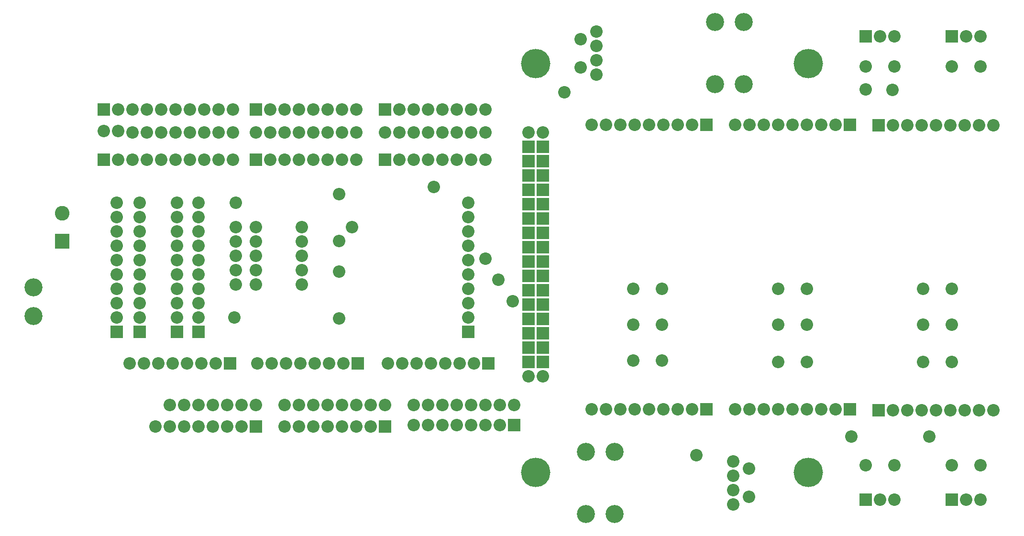
<source format=gts>
G04 Layer: TopSolderMaskLayer*
G04 EasyEDA v6.4.19.5, 2021-05-27T13:51:55--3:00*
G04 d4571b5f0cad4c8e9ba745b3e698b6d2,59636247558045d2802cba280e4ac9d9,10*
G04 Gerber Generator version 0.2*
G04 Scale: 100 percent, Rotated: No, Reflected: No *
G04 Dimensions in millimeters *
G04 leading zeros omitted , absolute positions ,4 integer and 5 decimal *
%FSLAX45Y45*%
%MOMM*%

%ADD28C,2.2032*%
%ADD29C,5.2032*%
%ADD31C,3.2032*%
%ADD33C,2.6032*%

%LPD*%
D28*
G01*
X7289800Y-1117600D03*
G01*
X8204200Y-2387600D03*
G01*
X8432800Y-2756484D03*
G01*
X8686800Y-3137484D03*
G01*
X1701800Y-127000D03*
G01*
X1447800Y-127000D03*
G01*
X3759200Y-3429000D03*
G01*
X16065144Y-5537200D03*
G01*
X14681200Y-5537200D03*
G01*
X15408554Y600354D03*
G01*
X14935200Y609600D03*
G01*
X11938000Y-5867400D03*
G01*
X9601200Y558800D03*
G01*
X3784600Y-1397000D03*
G01*
X5842000Y-1828800D03*
G01*
X4953000Y-2844800D03*
G01*
X4953000Y-2590800D03*
G01*
X4953000Y-2336800D03*
G01*
X4953000Y-2082800D03*
G01*
X4953000Y-1828800D03*
G01*
X5613425Y-1244574D03*
G01*
X5613425Y-2070074D03*
G01*
X5613425Y-2616174D03*
G01*
X5613425Y-3441674D03*
G01*
X3784600Y-2844800D03*
G01*
X3784600Y-2590800D03*
G01*
X3784600Y-2336800D03*
G01*
X3784600Y-2082800D03*
G01*
X3784600Y-1828800D03*
G01*
X4140200Y-2844800D03*
G01*
X4140200Y-2590800D03*
G01*
X4140200Y-2336800D03*
G01*
X4140200Y-2082800D03*
G01*
X4140200Y-1828800D03*
D29*
G01*
X13919200Y-6172200D03*
G01*
X13919200Y1066800D03*
G01*
X9093200Y-6172200D03*
G01*
X9093200Y1066800D03*
G36*
X4029963Y-5469636D02*
G01*
X4029963Y-5249163D01*
X4250436Y-5249163D01*
X4250436Y-5469636D01*
G37*
D28*
G01*
X3886200Y-5359400D03*
G01*
X3632200Y-5359400D03*
G01*
X3378200Y-5359400D03*
G01*
X2362200Y-5359400D03*
G01*
X2616200Y-5359400D03*
G01*
X2870200Y-5359400D03*
G01*
X3124200Y-5359400D03*
G36*
X6315963Y-5469636D02*
G01*
X6315963Y-5249163D01*
X6536436Y-5249163D01*
X6536436Y-5469636D01*
G37*
G01*
X6172200Y-5359400D03*
G01*
X5918200Y-5359400D03*
G01*
X5664200Y-5359400D03*
G01*
X4648200Y-5359400D03*
G01*
X4902200Y-5359400D03*
G01*
X5156200Y-5359400D03*
G01*
X5410200Y-5359400D03*
G36*
X8144763Y-4352036D02*
G01*
X8144763Y-4131563D01*
X8365236Y-4131563D01*
X8365236Y-4352036D01*
G37*
G01*
X8001000Y-4241800D03*
G01*
X7747000Y-4241800D03*
G01*
X7493000Y-4241800D03*
G01*
X6477000Y-4241800D03*
G01*
X6731000Y-4241800D03*
G01*
X6985000Y-4241800D03*
G01*
X7239000Y-4241800D03*
G36*
X6315963Y143763D02*
G01*
X6315963Y364236D01*
X6536436Y364236D01*
X6536436Y143763D01*
G37*
G01*
X6680200Y254000D03*
G01*
X6934200Y254000D03*
G01*
X7188200Y254000D03*
G01*
X8204200Y254000D03*
G01*
X7950200Y254000D03*
G01*
X7696200Y254000D03*
G01*
X7442200Y254000D03*
G36*
X4029963Y143763D02*
G01*
X4029963Y364236D01*
X4250436Y364236D01*
X4250436Y143763D01*
G37*
G01*
X4394200Y254000D03*
G01*
X4648200Y254000D03*
G01*
X4902200Y254000D03*
G01*
X5918200Y254000D03*
G01*
X5664200Y254000D03*
G01*
X5410200Y254000D03*
G01*
X5156200Y254000D03*
G01*
X3733800Y254000D03*
G01*
X3479800Y254000D03*
G01*
X3225800Y254000D03*
G01*
X2971800Y254000D03*
G01*
X2717800Y254000D03*
G01*
X2463800Y254000D03*
G01*
X2209800Y254000D03*
G01*
X1955800Y254000D03*
G01*
X1701800Y254000D03*
G36*
X1337563Y143763D02*
G01*
X1337563Y364236D01*
X1558036Y364236D01*
X1558036Y143763D01*
G37*
G01*
X2082800Y-1397000D03*
G01*
X2082800Y-1651000D03*
G01*
X2082800Y-1905000D03*
G01*
X2082800Y-2159000D03*
G01*
X2082800Y-2413000D03*
G01*
X2082800Y-2667000D03*
G01*
X2082800Y-2921000D03*
G01*
X2082800Y-3175000D03*
G01*
X2082800Y-3429000D03*
G36*
X1972563Y-3793236D02*
G01*
X1972563Y-3572763D01*
X2193036Y-3572763D01*
X2193036Y-3793236D01*
G37*
G01*
X3124200Y-1397000D03*
G01*
X3124200Y-1651000D03*
G01*
X3124200Y-1905000D03*
G01*
X3124200Y-2159000D03*
G01*
X3124200Y-2413000D03*
G01*
X3124200Y-2667000D03*
G01*
X3124200Y-2921000D03*
G01*
X3124200Y-3175000D03*
G01*
X3124200Y-3429000D03*
G36*
X3013963Y-3793236D02*
G01*
X3013963Y-3572763D01*
X3234436Y-3572763D01*
X3234436Y-3793236D01*
G37*
G01*
X7899400Y-1397000D03*
G01*
X7899400Y-1651000D03*
G01*
X7899400Y-1905000D03*
G01*
X7899400Y-2159000D03*
G01*
X7899400Y-2413000D03*
G01*
X7899400Y-2667000D03*
G01*
X7899400Y-2921000D03*
G01*
X7899400Y-3175000D03*
G01*
X7899400Y-3429000D03*
G36*
X7789163Y-3793236D02*
G01*
X7789163Y-3572763D01*
X8009636Y-3572763D01*
X8009636Y-3793236D01*
G37*
G01*
X2743200Y-1397000D03*
G01*
X2743200Y-1651000D03*
G01*
X2743200Y-1905000D03*
G01*
X2743200Y-2159000D03*
G01*
X2743200Y-2413000D03*
G01*
X2743200Y-2667000D03*
G01*
X2743200Y-2921000D03*
G01*
X2743200Y-3175000D03*
G01*
X2743200Y-3429000D03*
G36*
X2632963Y-3793236D02*
G01*
X2632963Y-3572763D01*
X2853436Y-3572763D01*
X2853436Y-3793236D01*
G37*
G01*
X1676400Y-1397000D03*
G01*
X1676400Y-1651000D03*
G01*
X1676400Y-1905000D03*
G01*
X1676400Y-2159000D03*
G01*
X1676400Y-2413000D03*
G01*
X1676400Y-2667000D03*
G01*
X1676400Y-2921000D03*
G01*
X1676400Y-3175000D03*
G01*
X1676400Y-3429000D03*
G36*
X1566163Y-3793236D02*
G01*
X1566163Y-3572763D01*
X1786636Y-3572763D01*
X1786636Y-3793236D01*
G37*
G36*
X3572763Y-4352036D02*
G01*
X3572763Y-4131563D01*
X3793236Y-4131563D01*
X3793236Y-4352036D01*
G37*
G01*
X3429000Y-4241800D03*
G01*
X3175000Y-4241800D03*
G01*
X2921000Y-4241800D03*
G01*
X1905000Y-4241800D03*
G01*
X2159000Y-4241800D03*
G01*
X2413000Y-4241800D03*
G01*
X2667000Y-4241800D03*
G36*
X5833363Y-4352036D02*
G01*
X5833363Y-4131563D01*
X6053836Y-4131563D01*
X6053836Y-4352036D01*
G37*
G01*
X5689600Y-4241800D03*
G01*
X5435600Y-4241800D03*
G01*
X5181600Y-4241800D03*
G01*
X4165600Y-4241800D03*
G01*
X4419600Y-4241800D03*
G01*
X4673600Y-4241800D03*
G01*
X4927600Y-4241800D03*
G01*
X3733800Y-635000D03*
G01*
X3479800Y-635000D03*
G01*
X3225800Y-635000D03*
G01*
X2971800Y-635000D03*
G01*
X2717800Y-635000D03*
G01*
X2463800Y-635000D03*
G01*
X2209800Y-635000D03*
G01*
X1955800Y-635000D03*
G01*
X1701800Y-635000D03*
G36*
X1337563Y-745236D02*
G01*
X1337563Y-524763D01*
X1558036Y-524763D01*
X1558036Y-745236D01*
G37*
G36*
X4029963Y-745236D02*
G01*
X4029963Y-524763D01*
X4250436Y-524763D01*
X4250436Y-745236D01*
G37*
G01*
X4394200Y-635000D03*
G01*
X4648200Y-635000D03*
G01*
X4902200Y-635000D03*
G01*
X5918200Y-635000D03*
G01*
X5664200Y-635000D03*
G01*
X5410200Y-635000D03*
G01*
X5156200Y-635000D03*
G36*
X6315963Y-745236D02*
G01*
X6315963Y-524763D01*
X6536436Y-524763D01*
X6536436Y-745236D01*
G37*
G01*
X6680200Y-635000D03*
G01*
X6934200Y-635000D03*
G01*
X7188200Y-635000D03*
G01*
X8204200Y-635000D03*
G01*
X7950200Y-635000D03*
G01*
X7696200Y-635000D03*
G01*
X7442200Y-635000D03*
G01*
X12590195Y-5979795D03*
G01*
X12590195Y-6233795D03*
G01*
X12590195Y-6487795D03*
G01*
X12590195Y-6741795D03*
G01*
X12870205Y-6106795D03*
G01*
X12870205Y-6606794D03*
D31*
G01*
X9982200Y-6911797D03*
G01*
X10490200Y-6911797D03*
G01*
X10488193Y-5811799D03*
G01*
X9980193Y-5811799D03*
G01*
X203200Y-2895600D03*
G01*
X203200Y-3403600D03*
G36*
X14824963Y-6765036D02*
G01*
X14824963Y-6544563D01*
X15045436Y-6544563D01*
X15045436Y-6765036D01*
G37*
D28*
G01*
X15189200Y-6654800D03*
G01*
X15443200Y-6654800D03*
G36*
X16348963Y-6765036D02*
G01*
X16348963Y-6544563D01*
X16569436Y-6544563D01*
X16569436Y-6765036D01*
G37*
G01*
X16713200Y-6654800D03*
G01*
X16967200Y-6654800D03*
G36*
X14824963Y1439163D02*
G01*
X14824963Y1659636D01*
X15045436Y1659636D01*
X15045436Y1439163D01*
G37*
G01*
X15189200Y1549400D03*
G01*
X15443200Y1549400D03*
G36*
X16348963Y1439163D02*
G01*
X16348963Y1659636D01*
X16569436Y1659636D01*
X16569436Y1439163D01*
G37*
G01*
X16713200Y1549400D03*
G01*
X16967200Y1549400D03*
G36*
X581152Y-2209037D02*
G01*
X581152Y-1948687D01*
X841247Y-1948687D01*
X841247Y-2209037D01*
G37*
D33*
G01*
X711200Y-1578813D03*
D28*
G01*
X15443200Y-6045200D03*
G01*
X14935200Y-6045200D03*
G01*
X16967200Y-6045200D03*
G01*
X16459200Y-6045200D03*
G01*
X15443200Y1016000D03*
G01*
X14935200Y1016000D03*
G01*
X16967200Y1016000D03*
G01*
X16459200Y1016000D03*
G01*
X13385800Y-3556000D03*
G01*
X13893800Y-3556000D03*
G01*
X13385800Y-4216400D03*
G01*
X13893800Y-4216400D03*
G01*
X15951200Y-3556000D03*
G01*
X16459200Y-3556000D03*
G01*
X15951200Y-4216400D03*
G01*
X16459200Y-4216400D03*
G01*
X13385800Y-2921000D03*
G01*
X13893800Y-2921000D03*
G01*
X11328400Y-4191000D03*
G01*
X10820400Y-4191000D03*
G01*
X15951200Y-2921000D03*
G01*
X16459200Y-2921000D03*
G36*
X8601963Y-5444236D02*
G01*
X8601963Y-5223763D01*
X8822436Y-5223763D01*
X8822436Y-5444236D01*
G37*
G01*
X8458200Y-5334000D03*
G01*
X8204200Y-5334000D03*
G01*
X7950200Y-5334000D03*
G01*
X6934200Y-5334000D03*
G01*
X7188200Y-5334000D03*
G01*
X7442200Y-5334000D03*
G01*
X7696200Y-5334000D03*
G36*
X12005563Y-122936D02*
G01*
X12005563Y97536D01*
X12226036Y97536D01*
X12226036Y-122936D01*
G37*
G01*
X11861800Y-12725D03*
G01*
X11607800Y-12725D03*
G01*
X11353800Y-12725D03*
G01*
X11099800Y-12725D03*
G01*
X10845800Y-12725D03*
G01*
X10591800Y-12725D03*
G01*
X10337800Y-12725D03*
G01*
X10083800Y-12725D03*
G36*
X12005563Y-5164836D02*
G01*
X12005563Y-4944363D01*
X12226036Y-4944363D01*
X12226036Y-5164836D01*
G37*
G01*
X11861800Y-5054625D03*
G01*
X11607800Y-5054625D03*
G01*
X11353800Y-5054625D03*
G01*
X11099800Y-5054625D03*
G01*
X10845800Y-5054625D03*
G01*
X10591800Y-5054625D03*
G01*
X10337800Y-5054625D03*
G01*
X10083800Y-5054625D03*
G36*
X14545563Y-122936D02*
G01*
X14545563Y97536D01*
X14765781Y97536D01*
X14765781Y-122936D01*
G37*
G01*
X14401698Y-12725D03*
G01*
X14147698Y-12725D03*
G01*
X13893698Y-12725D03*
G01*
X13639698Y-12725D03*
G01*
X13385698Y-12725D03*
G01*
X13131698Y-12725D03*
G01*
X12877698Y-12725D03*
G01*
X12623698Y-12725D03*
G36*
X14545563Y-5164836D02*
G01*
X14545563Y-4944363D01*
X14765781Y-4944363D01*
X14765781Y-5164836D01*
G37*
G01*
X14401698Y-5054625D03*
G01*
X14147698Y-5054625D03*
G01*
X13893698Y-5054625D03*
G01*
X13639698Y-5054625D03*
G01*
X13385698Y-5054625D03*
G01*
X13131698Y-5054625D03*
G01*
X12877698Y-5054625D03*
G01*
X12623698Y-5054625D03*
G36*
X15053563Y-5177536D02*
G01*
X15053563Y-4957063D01*
X15274036Y-4957063D01*
X15274036Y-5177536D01*
G37*
G01*
X15417825Y-5067300D03*
G01*
X15671825Y-5067300D03*
G01*
X15925825Y-5067300D03*
G01*
X16179825Y-5067300D03*
G01*
X16433825Y-5067300D03*
G01*
X16687825Y-5067300D03*
G01*
X16941825Y-5067300D03*
G01*
X17195825Y-5067300D03*
G36*
X15053563Y-135636D02*
G01*
X15053563Y84836D01*
X15274036Y84836D01*
X15274036Y-135636D01*
G37*
G01*
X15417825Y-25400D03*
G01*
X15671825Y-25400D03*
G01*
X15925825Y-25400D03*
G01*
X16179825Y-25400D03*
G01*
X16433825Y-25400D03*
G01*
X16687825Y-25400D03*
G01*
X16941825Y-25400D03*
G01*
X17195825Y-25400D03*
G01*
X4140200Y-4978400D03*
G01*
X3886200Y-4978400D03*
G01*
X3632200Y-4978400D03*
G01*
X3378200Y-4978400D03*
G01*
X3124200Y-4978400D03*
G01*
X2870200Y-4978400D03*
G01*
X9220200Y-152400D03*
G01*
X8966200Y-152400D03*
G01*
X9220200Y-4470400D03*
G01*
X8966200Y-4470400D03*
G36*
X8855963Y-2548636D02*
G01*
X8855963Y-2328163D01*
X9076436Y-2328163D01*
X9076436Y-2548636D01*
G37*
G36*
X9109963Y-2548636D02*
G01*
X9109963Y-2328163D01*
X9330436Y-2328163D01*
X9330436Y-2548636D01*
G37*
G36*
X8855963Y-2802636D02*
G01*
X8855963Y-2582163D01*
X9076436Y-2582163D01*
X9076436Y-2802636D01*
G37*
G36*
X9109963Y-2802636D02*
G01*
X9109963Y-2582163D01*
X9330436Y-2582163D01*
X9330436Y-2802636D01*
G37*
G36*
X8855963Y-3056636D02*
G01*
X8855963Y-2836163D01*
X9076436Y-2836163D01*
X9076436Y-3056636D01*
G37*
G36*
X9109963Y-3056636D02*
G01*
X9109963Y-2836163D01*
X9330436Y-2836163D01*
X9330436Y-3056636D01*
G37*
G36*
X8855963Y-3310636D02*
G01*
X8855963Y-3090163D01*
X9076436Y-3090163D01*
X9076436Y-3310636D01*
G37*
G36*
X9109963Y-3310636D02*
G01*
X9109963Y-3090163D01*
X9330436Y-3090163D01*
X9330436Y-3310636D01*
G37*
G36*
X8855963Y-3564636D02*
G01*
X8855963Y-3344163D01*
X9076436Y-3344163D01*
X9076436Y-3564636D01*
G37*
G36*
X9109963Y-3564636D02*
G01*
X9109963Y-3344163D01*
X9330436Y-3344163D01*
X9330436Y-3564636D01*
G37*
G36*
X8855963Y-3818636D02*
G01*
X8855963Y-3598163D01*
X9076436Y-3598163D01*
X9076436Y-3818636D01*
G37*
G36*
X9109963Y-3818636D02*
G01*
X9109963Y-3598163D01*
X9330436Y-3598163D01*
X9330436Y-3818636D01*
G37*
G36*
X8855963Y-4072636D02*
G01*
X8855963Y-3852163D01*
X9076436Y-3852163D01*
X9076436Y-4072636D01*
G37*
G36*
X9109963Y-4072636D02*
G01*
X9109963Y-3852163D01*
X9330436Y-3852163D01*
X9330436Y-4072636D01*
G37*
G36*
X8855963Y-4326636D02*
G01*
X8855963Y-4106163D01*
X9076436Y-4106163D01*
X9076436Y-4326636D01*
G37*
G36*
X9109963Y-4326636D02*
G01*
X9109963Y-4106163D01*
X9330436Y-4106163D01*
X9330436Y-4326636D01*
G37*
G36*
X8855963Y-516636D02*
G01*
X8855963Y-296163D01*
X9076436Y-296163D01*
X9076436Y-516636D01*
G37*
G36*
X9109963Y-516636D02*
G01*
X9109963Y-296163D01*
X9330436Y-296163D01*
X9330436Y-516636D01*
G37*
G36*
X8855963Y-770636D02*
G01*
X8855963Y-550163D01*
X9076436Y-550163D01*
X9076436Y-770636D01*
G37*
G36*
X9109963Y-770636D02*
G01*
X9109963Y-550163D01*
X9330436Y-550163D01*
X9330436Y-770636D01*
G37*
G36*
X8855963Y-1024636D02*
G01*
X8855963Y-804163D01*
X9076436Y-804163D01*
X9076436Y-1024636D01*
G37*
G36*
X9109963Y-1024636D02*
G01*
X9109963Y-804163D01*
X9330436Y-804163D01*
X9330436Y-1024636D01*
G37*
G36*
X8855963Y-1278636D02*
G01*
X8855963Y-1058163D01*
X9076436Y-1058163D01*
X9076436Y-1278636D01*
G37*
G36*
X9109963Y-1278636D02*
G01*
X9109963Y-1058163D01*
X9330436Y-1058163D01*
X9330436Y-1278636D01*
G37*
G36*
X8855963Y-1532636D02*
G01*
X8855963Y-1312163D01*
X9076436Y-1312163D01*
X9076436Y-1532636D01*
G37*
G36*
X9109963Y-1532636D02*
G01*
X9109963Y-1312163D01*
X9330436Y-1312163D01*
X9330436Y-1532636D01*
G37*
G36*
X8855963Y-1786636D02*
G01*
X8855963Y-1566163D01*
X9076436Y-1566163D01*
X9076436Y-1786636D01*
G37*
G36*
X9109963Y-1786636D02*
G01*
X9109963Y-1566163D01*
X9330436Y-1566163D01*
X9330436Y-1786636D01*
G37*
G36*
X8855963Y-2040636D02*
G01*
X8855963Y-1820163D01*
X9076436Y-1820163D01*
X9076436Y-2040636D01*
G37*
G36*
X9109963Y-2040636D02*
G01*
X9109963Y-1820163D01*
X9330436Y-1820163D01*
X9330436Y-2040636D01*
G37*
G36*
X8855963Y-2294636D02*
G01*
X8855963Y-2074163D01*
X9076436Y-2074163D01*
X9076436Y-2294636D01*
G37*
G36*
X9109963Y-2294636D02*
G01*
X9109963Y-2074163D01*
X9330436Y-2074163D01*
X9330436Y-2294636D01*
G37*
G01*
X1955800Y-152400D03*
G01*
X3733800Y-152400D03*
G01*
X3479800Y-152400D03*
G01*
X3225800Y-152400D03*
G01*
X2971800Y-152400D03*
G01*
X2717800Y-152400D03*
G01*
X2463800Y-152400D03*
G01*
X2209800Y-152400D03*
G01*
X4140200Y-152400D03*
G01*
X5918200Y-152400D03*
G01*
X5664200Y-152400D03*
G01*
X5410200Y-152400D03*
G01*
X5156200Y-152400D03*
G01*
X4902200Y-152400D03*
G01*
X4648200Y-152400D03*
G01*
X4394200Y-152400D03*
G01*
X4648200Y-4978400D03*
G01*
X6426200Y-4978400D03*
G01*
X6172200Y-4978400D03*
G01*
X5918200Y-4978400D03*
G01*
X5664200Y-4978400D03*
G01*
X5410200Y-4978400D03*
G01*
X5156200Y-4978400D03*
G01*
X4902200Y-4978400D03*
G01*
X6426200Y-152400D03*
G01*
X8204200Y-152400D03*
G01*
X7950200Y-152400D03*
G01*
X7696200Y-152400D03*
G01*
X7442200Y-152400D03*
G01*
X7188200Y-152400D03*
G01*
X6934200Y-152400D03*
G01*
X6680200Y-152400D03*
G01*
X6934200Y-4978400D03*
G01*
X8712200Y-4978400D03*
G01*
X8458200Y-4978400D03*
G01*
X8204200Y-4978400D03*
G01*
X7950200Y-4978400D03*
G01*
X7696200Y-4978400D03*
G01*
X7442200Y-4978400D03*
G01*
X7188200Y-4978400D03*
G01*
X2616200Y-4978400D03*
G01*
X10168204Y874395D03*
G01*
X10168204Y1128395D03*
G01*
X10168204Y1382395D03*
G01*
X10168204Y1636395D03*
G01*
X9888194Y1001395D03*
G01*
X9888194Y1501394D03*
D31*
G01*
X12776200Y1806397D03*
G01*
X12268200Y1806397D03*
G01*
X12270206Y706399D03*
G01*
X12778206Y706399D03*
D28*
G01*
X10820400Y-3556000D03*
G01*
X11328400Y-3556000D03*
G01*
X10820400Y-2921000D03*
G01*
X11328400Y-2921000D03*
M02*

</source>
